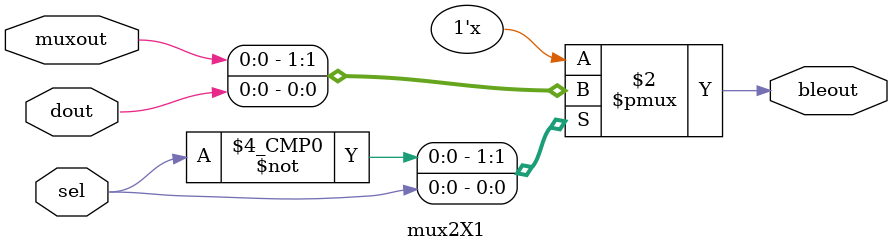
<source format=v>
`timescale 1ns / 1ps

module mux2X1(input muxout, input dout,input sel, output reg bleout
    );

	always@ (sel or dout or muxout)
	begin
		case(sel)
		1'b0:bleout=muxout;
		1'b1:bleout=dout;
		endcase
	end
endmodule

</source>
